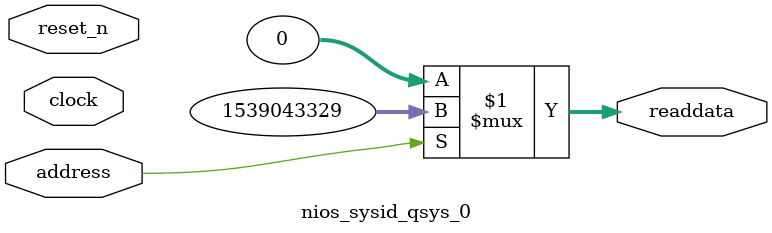
<source format=v>



// synthesis translate_off
`timescale 1ns / 1ps
// synthesis translate_on

// turn off superfluous verilog processor warnings 
// altera message_level Level1 
// altera message_off 10034 10035 10036 10037 10230 10240 10030 

module nios_sysid_qsys_0 (
               // inputs:
                address,
                clock,
                reset_n,

               // outputs:
                readdata
             )
;

  output  [ 31: 0] readdata;
  input            address;
  input            clock;
  input            reset_n;

  wire    [ 31: 0] readdata;
  //control_slave, which is an e_avalon_slave
  assign readdata = address ? 1539043329 : 0;

endmodule



</source>
